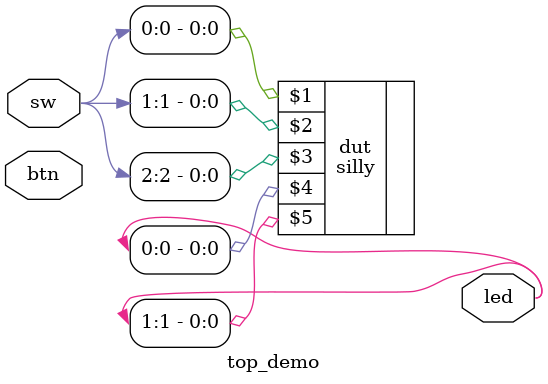
<source format=sv>
`timescale 1ns / 1ps


module top_demo
(
  input  logic [3:0] sw,
  input  logic [3:0] btn,
  output logic [7:0] led
);

  silly dut(sw[0], sw[1], sw[2], led[0], led[1]);

endmodule

</source>
